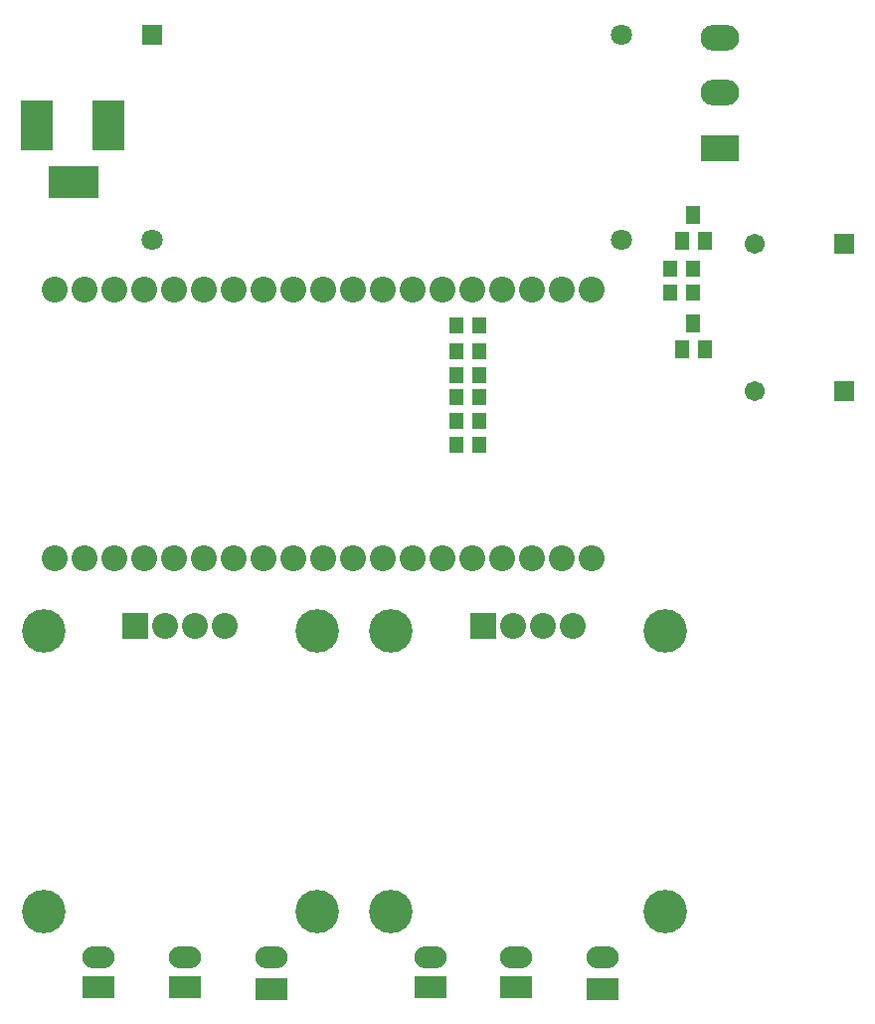
<source format=gts>
G04*
G04 #@! TF.GenerationSoftware,Altium Limited,Altium Designer,21.3.2 (30)*
G04*
G04 Layer_Color=8388736*
%FSTAX24Y24*%
%MOIN*%
G70*
G04*
G04 #@! TF.SameCoordinates,70DC1E10-037C-42C7-9AD5-60C584CD1C3D*
G04*
G04*
G04 #@! TF.FilePolarity,Negative*
G04*
G01*
G75*
%ADD19R,0.0454X0.0611*%
%ADD20R,0.0474X0.0572*%
%ADD21R,0.1080X0.0730*%
%ADD22O,0.1080X0.0730*%
%ADD23C,0.1458*%
%ADD24R,0.0867X0.0867*%
%ADD25C,0.0867*%
%ADD26R,0.1680X0.1080*%
%ADD27R,0.1080X0.1680*%
%ADD28R,0.0671X0.0671*%
%ADD29C,0.0671*%
%ADD30R,0.1300X0.0867*%
%ADD31O,0.1300X0.0867*%
%ADD32R,0.0710X0.0710*%
%ADD33C,0.0710*%
D19*
X02505Y03915D02*
D03*
X025424Y038284D02*
D03*
X024676D02*
D03*
X02505Y035533D02*
D03*
X025424Y034667D02*
D03*
X024676D02*
D03*
D20*
X025044Y03655D02*
D03*
X024256D02*
D03*
X025044Y03735D02*
D03*
X024256D02*
D03*
X017873Y035439D02*
D03*
X017086D02*
D03*
X017873Y034589D02*
D03*
X017086D02*
D03*
X017873Y033789D02*
D03*
X017086D02*
D03*
X017873Y033039D02*
D03*
X017086D02*
D03*
X017873Y032239D02*
D03*
X017086D02*
D03*
X017873Y031439D02*
D03*
X017086D02*
D03*
D21*
X02199Y013235D02*
D03*
X01909Y013285D02*
D03*
X01624D02*
D03*
X01089Y013235D02*
D03*
X00799Y013285D02*
D03*
X00509D02*
D03*
D22*
X02199Y014285D02*
D03*
X01909D02*
D03*
X01624D02*
D03*
X01089D02*
D03*
X00799D02*
D03*
X00509D02*
D03*
D23*
X024087Y025203D02*
D03*
Y015833D02*
D03*
X014913D02*
D03*
Y025203D02*
D03*
X003263D02*
D03*
Y015833D02*
D03*
X012437D02*
D03*
Y025203D02*
D03*
D24*
X018Y0254D02*
D03*
X00635D02*
D03*
D25*
X02D02*
D03*
X021D02*
D03*
X019D02*
D03*
X00664Y03665D02*
D03*
X00364D02*
D03*
X00864D02*
D03*
X01164D02*
D03*
X01264D02*
D03*
X01764D02*
D03*
X01964D02*
D03*
X02064D02*
D03*
X00464D02*
D03*
X00564D02*
D03*
X00764D02*
D03*
X00964D02*
D03*
X01064D02*
D03*
X01364D02*
D03*
X01464D02*
D03*
X01564D02*
D03*
X01664D02*
D03*
X01864D02*
D03*
X02164D02*
D03*
X00364Y02765D02*
D03*
X00464D02*
D03*
X00564D02*
D03*
X00664D02*
D03*
X00764D02*
D03*
X00864D02*
D03*
X00964D02*
D03*
X01064D02*
D03*
X01164D02*
D03*
X01264D02*
D03*
X01364D02*
D03*
X01464D02*
D03*
X01564D02*
D03*
X01664D02*
D03*
X01764D02*
D03*
X01864D02*
D03*
X01964D02*
D03*
X02064D02*
D03*
X02164D02*
D03*
X00735Y0254D02*
D03*
X00935D02*
D03*
X00835D02*
D03*
D26*
X00426Y04026D02*
D03*
D27*
X00304Y04215D02*
D03*
X005442D02*
D03*
D28*
X0301Y03325D02*
D03*
Y0382D02*
D03*
D29*
X0271Y03325D02*
D03*
Y0382D02*
D03*
D30*
X02594Y041399D02*
D03*
D31*
Y04325D02*
D03*
Y0451D02*
D03*
D32*
X00689Y0452D02*
D03*
D33*
Y03831D02*
D03*
X022638Y0452D02*
D03*
Y03831D02*
D03*
M02*

</source>
